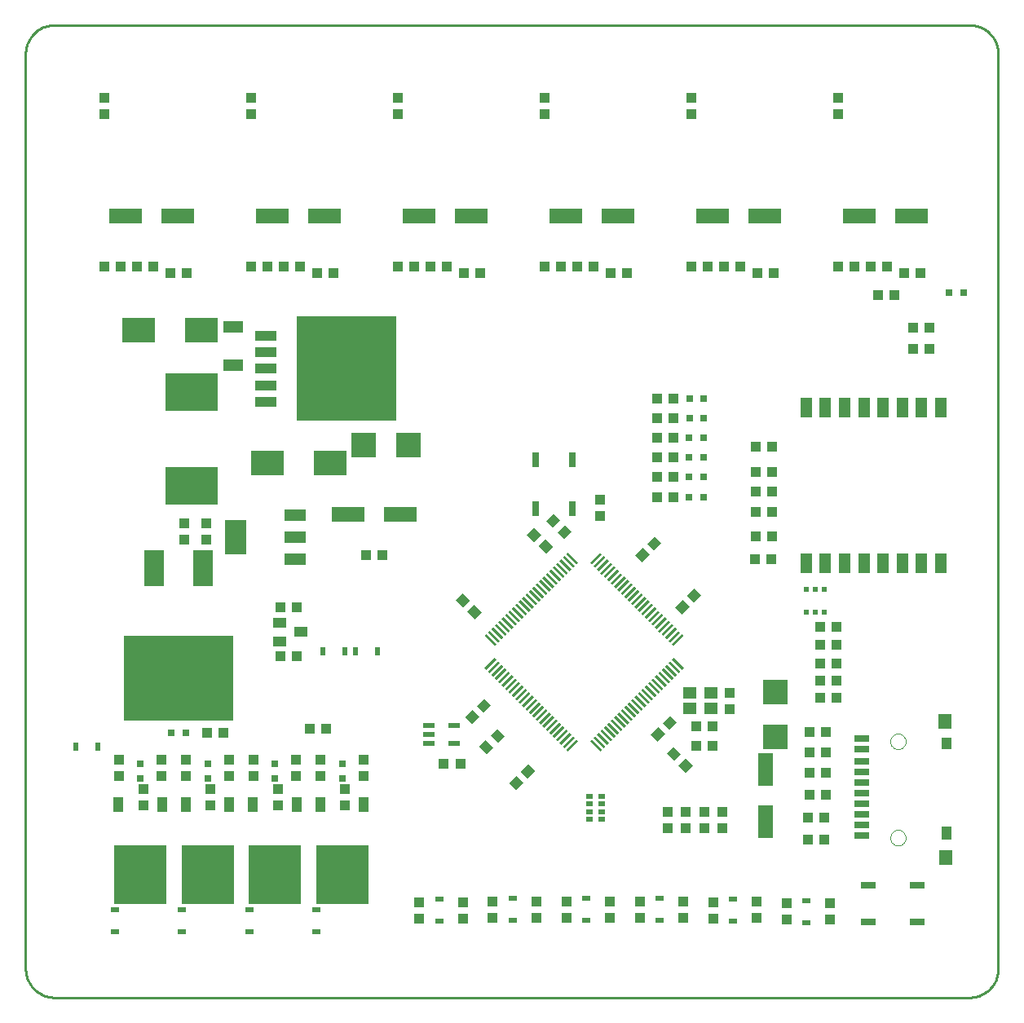
<source format=gtp>
G75*
G70*
%OFA0B0*%
%FSLAX24Y24*%
%IPPOS*%
%LPD*%
%AMOC8*
5,1,8,0,0,1.08239X$1,22.5*
%
%ADD10C,0.0100*%
%ADD11R,0.0106X0.0591*%
%ADD12R,0.0591X0.0106*%
%ADD13R,0.0551X0.0472*%
%ADD14R,0.0433X0.0394*%
%ADD15R,0.0394X0.0433*%
%ADD16R,0.0600X0.0300*%
%ADD17R,0.0315X0.0315*%
%ADD18R,0.0300X0.0600*%
%ADD19R,0.0197X0.0197*%
%ADD20R,0.0327X0.0248*%
%ADD21R,0.1000X0.1000*%
%ADD22R,0.4098X0.4252*%
%ADD23R,0.0850X0.0420*%
%ADD24R,0.2126X0.1575*%
%ADD25R,0.0827X0.0500*%
%ADD26R,0.0472X0.0787*%
%ADD27R,0.0531X0.0591*%
%ADD28R,0.0394X0.0551*%
%ADD29R,0.0394X0.0512*%
%ADD30R,0.0591X0.0295*%
%ADD31C,0.0000*%
%ADD32R,0.1378X0.0630*%
%ADD33R,0.0820X0.1500*%
%ADD34R,0.4500X0.3500*%
%ADD35R,0.2126X0.2441*%
%ADD36R,0.0394X0.0630*%
%ADD37R,0.0880X0.0480*%
%ADD38R,0.0866X0.1417*%
%ADD39R,0.0256X0.0197*%
%ADD40R,0.0551X0.0394*%
%ADD41R,0.0248X0.0327*%
%ADD42R,0.0472X0.0217*%
%ADD43R,0.0630X0.1378*%
%ADD44R,0.1378X0.0984*%
D10*
X002330Y001759D02*
X002330Y039160D01*
X002332Y039226D01*
X002337Y039292D01*
X002347Y039358D01*
X002360Y039423D01*
X002376Y039487D01*
X002396Y039550D01*
X002420Y039612D01*
X002447Y039672D01*
X002477Y039731D01*
X002511Y039788D01*
X002548Y039843D01*
X002588Y039896D01*
X002630Y039947D01*
X002676Y039995D01*
X002724Y040041D01*
X002775Y040083D01*
X002828Y040123D01*
X002883Y040160D01*
X002940Y040194D01*
X002999Y040224D01*
X003059Y040251D01*
X003121Y040275D01*
X003184Y040295D01*
X003248Y040311D01*
X003313Y040324D01*
X003379Y040334D01*
X003445Y040339D01*
X003511Y040341D01*
X040913Y040341D01*
X040979Y040339D01*
X041045Y040334D01*
X041111Y040324D01*
X041176Y040311D01*
X041240Y040295D01*
X041303Y040275D01*
X041365Y040251D01*
X041425Y040224D01*
X041484Y040194D01*
X041541Y040160D01*
X041596Y040123D01*
X041649Y040083D01*
X041700Y040041D01*
X041748Y039995D01*
X041794Y039947D01*
X041836Y039896D01*
X041876Y039843D01*
X041913Y039788D01*
X041947Y039731D01*
X041977Y039672D01*
X042004Y039612D01*
X042028Y039550D01*
X042048Y039487D01*
X042064Y039423D01*
X042077Y039358D01*
X042087Y039292D01*
X042092Y039226D01*
X042094Y039160D01*
X042094Y001759D01*
X042092Y001693D01*
X042087Y001627D01*
X042077Y001561D01*
X042064Y001496D01*
X042048Y001432D01*
X042028Y001369D01*
X042004Y001307D01*
X041977Y001247D01*
X041947Y001188D01*
X041913Y001131D01*
X041876Y001076D01*
X041836Y001023D01*
X041794Y000972D01*
X041748Y000924D01*
X041700Y000878D01*
X041649Y000836D01*
X041596Y000796D01*
X041541Y000759D01*
X041484Y000725D01*
X041425Y000695D01*
X041365Y000668D01*
X041303Y000644D01*
X041240Y000624D01*
X041176Y000608D01*
X041111Y000595D01*
X041045Y000585D01*
X040979Y000580D01*
X040913Y000578D01*
X003511Y000578D01*
X003445Y000580D01*
X003379Y000585D01*
X003313Y000595D01*
X003248Y000608D01*
X003184Y000624D01*
X003121Y000644D01*
X003059Y000668D01*
X002999Y000695D01*
X002940Y000725D01*
X002883Y000759D01*
X002828Y000796D01*
X002775Y000836D01*
X002724Y000878D01*
X002676Y000924D01*
X002630Y000972D01*
X002588Y001023D01*
X002548Y001076D01*
X002511Y001131D01*
X002477Y001188D01*
X002447Y001247D01*
X002420Y001307D01*
X002396Y001369D01*
X002376Y001432D01*
X002360Y001496D01*
X002347Y001561D01*
X002337Y001627D01*
X002332Y001693D01*
X002330Y001759D01*
D11*
G36*
X021583Y015023D02*
X021508Y014948D01*
X021091Y015365D01*
X021166Y015440D01*
X021583Y015023D01*
G37*
G36*
X021722Y015162D02*
X021647Y015087D01*
X021230Y015504D01*
X021305Y015579D01*
X021722Y015162D01*
G37*
G36*
X021861Y015301D02*
X021786Y015226D01*
X021369Y015643D01*
X021444Y015718D01*
X021861Y015301D01*
G37*
G36*
X022000Y015441D02*
X021925Y015366D01*
X021508Y015783D01*
X021583Y015858D01*
X022000Y015441D01*
G37*
G36*
X022140Y015580D02*
X022065Y015505D01*
X021648Y015922D01*
X021723Y015997D01*
X022140Y015580D01*
G37*
G36*
X022279Y015719D02*
X022204Y015644D01*
X021787Y016061D01*
X021862Y016136D01*
X022279Y015719D01*
G37*
G36*
X022418Y015858D02*
X022343Y015783D01*
X021926Y016200D01*
X022001Y016275D01*
X022418Y015858D01*
G37*
G36*
X022557Y015997D02*
X022482Y015922D01*
X022065Y016339D01*
X022140Y016414D01*
X022557Y015997D01*
G37*
G36*
X022696Y016137D02*
X022621Y016062D01*
X022204Y016479D01*
X022279Y016554D01*
X022696Y016137D01*
G37*
G36*
X022836Y016276D02*
X022761Y016201D01*
X022344Y016618D01*
X022419Y016693D01*
X022836Y016276D01*
G37*
G36*
X022975Y016415D02*
X022900Y016340D01*
X022483Y016757D01*
X022558Y016832D01*
X022975Y016415D01*
G37*
G36*
X023114Y016554D02*
X023039Y016479D01*
X022622Y016896D01*
X022697Y016971D01*
X023114Y016554D01*
G37*
G36*
X023253Y016693D02*
X023178Y016618D01*
X022761Y017035D01*
X022836Y017110D01*
X023253Y016693D01*
G37*
G36*
X023392Y016833D02*
X023317Y016758D01*
X022900Y017175D01*
X022975Y017250D01*
X023392Y016833D01*
G37*
G36*
X023532Y016972D02*
X023457Y016897D01*
X023040Y017314D01*
X023115Y017389D01*
X023532Y016972D01*
G37*
G36*
X023671Y017111D02*
X023596Y017036D01*
X023179Y017453D01*
X023254Y017528D01*
X023671Y017111D01*
G37*
G36*
X023810Y017250D02*
X023735Y017175D01*
X023318Y017592D01*
X023393Y017667D01*
X023810Y017250D01*
G37*
G36*
X023949Y017389D02*
X023874Y017314D01*
X023457Y017731D01*
X023532Y017806D01*
X023949Y017389D01*
G37*
G36*
X024088Y017529D02*
X024013Y017454D01*
X023596Y017871D01*
X023671Y017946D01*
X024088Y017529D01*
G37*
G36*
X024227Y017668D02*
X024152Y017593D01*
X023735Y018010D01*
X023810Y018085D01*
X024227Y017668D01*
G37*
G36*
X024367Y017807D02*
X024292Y017732D01*
X023875Y018149D01*
X023950Y018224D01*
X024367Y017807D01*
G37*
G36*
X024506Y017946D02*
X024431Y017871D01*
X024014Y018288D01*
X024089Y018363D01*
X024506Y017946D01*
G37*
G36*
X024645Y018085D02*
X024570Y018010D01*
X024153Y018427D01*
X024228Y018502D01*
X024645Y018085D01*
G37*
G36*
X024784Y018225D02*
X024709Y018150D01*
X024292Y018567D01*
X024367Y018642D01*
X024784Y018225D01*
G37*
G36*
X024923Y018364D02*
X024848Y018289D01*
X024431Y018706D01*
X024506Y018781D01*
X024923Y018364D01*
G37*
G36*
X029238Y014049D02*
X029163Y013974D01*
X028746Y014391D01*
X028821Y014466D01*
X029238Y014049D01*
G37*
G36*
X029099Y013910D02*
X029024Y013835D01*
X028607Y014252D01*
X028682Y014327D01*
X029099Y013910D01*
G37*
G36*
X028960Y013770D02*
X028885Y013695D01*
X028468Y014112D01*
X028543Y014187D01*
X028960Y013770D01*
G37*
G36*
X028821Y013631D02*
X028746Y013556D01*
X028329Y013973D01*
X028404Y014048D01*
X028821Y013631D01*
G37*
G36*
X028682Y013492D02*
X028607Y013417D01*
X028190Y013834D01*
X028265Y013909D01*
X028682Y013492D01*
G37*
G36*
X028543Y013353D02*
X028468Y013278D01*
X028051Y013695D01*
X028126Y013770D01*
X028543Y013353D01*
G37*
G36*
X028403Y013214D02*
X028328Y013139D01*
X027911Y013556D01*
X027986Y013631D01*
X028403Y013214D01*
G37*
G36*
X028264Y013074D02*
X028189Y012999D01*
X027772Y013416D01*
X027847Y013491D01*
X028264Y013074D01*
G37*
G36*
X028125Y012935D02*
X028050Y012860D01*
X027633Y013277D01*
X027708Y013352D01*
X028125Y012935D01*
G37*
G36*
X027986Y012796D02*
X027911Y012721D01*
X027494Y013138D01*
X027569Y013213D01*
X027986Y012796D01*
G37*
G36*
X027847Y012657D02*
X027772Y012582D01*
X027355Y012999D01*
X027430Y013074D01*
X027847Y012657D01*
G37*
G36*
X027707Y012518D02*
X027632Y012443D01*
X027215Y012860D01*
X027290Y012935D01*
X027707Y012518D01*
G37*
G36*
X027568Y012378D02*
X027493Y012303D01*
X027076Y012720D01*
X027151Y012795D01*
X027568Y012378D01*
G37*
G36*
X027429Y012239D02*
X027354Y012164D01*
X026937Y012581D01*
X027012Y012656D01*
X027429Y012239D01*
G37*
G36*
X027290Y012100D02*
X027215Y012025D01*
X026798Y012442D01*
X026873Y012517D01*
X027290Y012100D01*
G37*
G36*
X027151Y011961D02*
X027076Y011886D01*
X026659Y012303D01*
X026734Y012378D01*
X027151Y011961D01*
G37*
G36*
X027011Y011822D02*
X026936Y011747D01*
X026519Y012164D01*
X026594Y012239D01*
X027011Y011822D01*
G37*
G36*
X026872Y011682D02*
X026797Y011607D01*
X026380Y012024D01*
X026455Y012099D01*
X026872Y011682D01*
G37*
G36*
X026733Y011543D02*
X026658Y011468D01*
X026241Y011885D01*
X026316Y011960D01*
X026733Y011543D01*
G37*
G36*
X026594Y011404D02*
X026519Y011329D01*
X026102Y011746D01*
X026177Y011821D01*
X026594Y011404D01*
G37*
G36*
X026455Y011265D02*
X026380Y011190D01*
X025963Y011607D01*
X026038Y011682D01*
X026455Y011265D01*
G37*
G36*
X026315Y011126D02*
X026240Y011051D01*
X025823Y011468D01*
X025898Y011543D01*
X026315Y011126D01*
G37*
G36*
X026176Y010986D02*
X026101Y010911D01*
X025684Y011328D01*
X025759Y011403D01*
X026176Y010986D01*
G37*
G36*
X026037Y010847D02*
X025962Y010772D01*
X025545Y011189D01*
X025620Y011264D01*
X026037Y010847D01*
G37*
G36*
X025898Y010708D02*
X025823Y010633D01*
X025406Y011050D01*
X025481Y011125D01*
X025898Y010708D01*
G37*
D12*
G36*
X024923Y011050D02*
X024506Y010633D01*
X024431Y010708D01*
X024848Y011125D01*
X024923Y011050D01*
G37*
G36*
X024784Y011189D02*
X024367Y010772D01*
X024292Y010847D01*
X024709Y011264D01*
X024784Y011189D01*
G37*
G36*
X024645Y011328D02*
X024228Y010911D01*
X024153Y010986D01*
X024570Y011403D01*
X024645Y011328D01*
G37*
G36*
X024506Y011468D02*
X024089Y011051D01*
X024014Y011126D01*
X024431Y011543D01*
X024506Y011468D01*
G37*
G36*
X024367Y011607D02*
X023950Y011190D01*
X023875Y011265D01*
X024292Y011682D01*
X024367Y011607D01*
G37*
G36*
X024227Y011746D02*
X023810Y011329D01*
X023735Y011404D01*
X024152Y011821D01*
X024227Y011746D01*
G37*
G36*
X024088Y011885D02*
X023671Y011468D01*
X023596Y011543D01*
X024013Y011960D01*
X024088Y011885D01*
G37*
G36*
X023949Y012024D02*
X023532Y011607D01*
X023457Y011682D01*
X023874Y012099D01*
X023949Y012024D01*
G37*
G36*
X023810Y012164D02*
X023393Y011747D01*
X023318Y011822D01*
X023735Y012239D01*
X023810Y012164D01*
G37*
G36*
X023671Y012303D02*
X023254Y011886D01*
X023179Y011961D01*
X023596Y012378D01*
X023671Y012303D01*
G37*
G36*
X023532Y012442D02*
X023115Y012025D01*
X023040Y012100D01*
X023457Y012517D01*
X023532Y012442D01*
G37*
G36*
X023392Y012581D02*
X022975Y012164D01*
X022900Y012239D01*
X023317Y012656D01*
X023392Y012581D01*
G37*
G36*
X023253Y012720D02*
X022836Y012303D01*
X022761Y012378D01*
X023178Y012795D01*
X023253Y012720D01*
G37*
G36*
X023114Y012860D02*
X022697Y012443D01*
X022622Y012518D01*
X023039Y012935D01*
X023114Y012860D01*
G37*
G36*
X022975Y012999D02*
X022558Y012582D01*
X022483Y012657D01*
X022900Y013074D01*
X022975Y012999D01*
G37*
G36*
X022836Y013138D02*
X022419Y012721D01*
X022344Y012796D01*
X022761Y013213D01*
X022836Y013138D01*
G37*
G36*
X022696Y013277D02*
X022279Y012860D01*
X022204Y012935D01*
X022621Y013352D01*
X022696Y013277D01*
G37*
G36*
X022557Y013416D02*
X022140Y012999D01*
X022065Y013074D01*
X022482Y013491D01*
X022557Y013416D01*
G37*
G36*
X022418Y013556D02*
X022001Y013139D01*
X021926Y013214D01*
X022343Y013631D01*
X022418Y013556D01*
G37*
G36*
X022279Y013695D02*
X021862Y013278D01*
X021787Y013353D01*
X022204Y013770D01*
X022279Y013695D01*
G37*
G36*
X022140Y013834D02*
X021723Y013417D01*
X021648Y013492D01*
X022065Y013909D01*
X022140Y013834D01*
G37*
G36*
X022000Y013973D02*
X021583Y013556D01*
X021508Y013631D01*
X021925Y014048D01*
X022000Y013973D01*
G37*
G36*
X021861Y014112D02*
X021444Y013695D01*
X021369Y013770D01*
X021786Y014187D01*
X021861Y014112D01*
G37*
G36*
X021722Y014252D02*
X021305Y013835D01*
X021230Y013910D01*
X021647Y014327D01*
X021722Y014252D01*
G37*
G36*
X021583Y014391D02*
X021166Y013974D01*
X021091Y014049D01*
X021508Y014466D01*
X021583Y014391D01*
G37*
G36*
X025898Y018706D02*
X025481Y018289D01*
X025406Y018364D01*
X025823Y018781D01*
X025898Y018706D01*
G37*
G36*
X026037Y018567D02*
X025620Y018150D01*
X025545Y018225D01*
X025962Y018642D01*
X026037Y018567D01*
G37*
G36*
X026176Y018427D02*
X025759Y018010D01*
X025684Y018085D01*
X026101Y018502D01*
X026176Y018427D01*
G37*
G36*
X026315Y018288D02*
X025898Y017871D01*
X025823Y017946D01*
X026240Y018363D01*
X026315Y018288D01*
G37*
G36*
X026455Y018149D02*
X026038Y017732D01*
X025963Y017807D01*
X026380Y018224D01*
X026455Y018149D01*
G37*
G36*
X026594Y018010D02*
X026177Y017593D01*
X026102Y017668D01*
X026519Y018085D01*
X026594Y018010D01*
G37*
G36*
X026733Y017871D02*
X026316Y017454D01*
X026241Y017529D01*
X026658Y017946D01*
X026733Y017871D01*
G37*
G36*
X026872Y017731D02*
X026455Y017314D01*
X026380Y017389D01*
X026797Y017806D01*
X026872Y017731D01*
G37*
G36*
X027011Y017592D02*
X026594Y017175D01*
X026519Y017250D01*
X026936Y017667D01*
X027011Y017592D01*
G37*
G36*
X027151Y017453D02*
X026734Y017036D01*
X026659Y017111D01*
X027076Y017528D01*
X027151Y017453D01*
G37*
G36*
X027290Y017314D02*
X026873Y016897D01*
X026798Y016972D01*
X027215Y017389D01*
X027290Y017314D01*
G37*
G36*
X027429Y017175D02*
X027012Y016758D01*
X026937Y016833D01*
X027354Y017250D01*
X027429Y017175D01*
G37*
G36*
X027568Y017035D02*
X027151Y016618D01*
X027076Y016693D01*
X027493Y017110D01*
X027568Y017035D01*
G37*
G36*
X027707Y016896D02*
X027290Y016479D01*
X027215Y016554D01*
X027632Y016971D01*
X027707Y016896D01*
G37*
G36*
X027847Y016757D02*
X027430Y016340D01*
X027355Y016415D01*
X027772Y016832D01*
X027847Y016757D01*
G37*
G36*
X027986Y016618D02*
X027569Y016201D01*
X027494Y016276D01*
X027911Y016693D01*
X027986Y016618D01*
G37*
G36*
X028125Y016479D02*
X027708Y016062D01*
X027633Y016137D01*
X028050Y016554D01*
X028125Y016479D01*
G37*
G36*
X028264Y016339D02*
X027847Y015922D01*
X027772Y015997D01*
X028189Y016414D01*
X028264Y016339D01*
G37*
G36*
X028403Y016200D02*
X027986Y015783D01*
X027911Y015858D01*
X028328Y016275D01*
X028403Y016200D01*
G37*
G36*
X028543Y016061D02*
X028126Y015644D01*
X028051Y015719D01*
X028468Y016136D01*
X028543Y016061D01*
G37*
G36*
X028682Y015922D02*
X028265Y015505D01*
X028190Y015580D01*
X028607Y015997D01*
X028682Y015922D01*
G37*
G36*
X028821Y015783D02*
X028404Y015366D01*
X028329Y015441D01*
X028746Y015858D01*
X028821Y015783D01*
G37*
G36*
X028960Y015643D02*
X028543Y015226D01*
X028468Y015301D01*
X028885Y015718D01*
X028960Y015643D01*
G37*
G36*
X029099Y015504D02*
X028682Y015087D01*
X028607Y015162D01*
X029024Y015579D01*
X029099Y015504D01*
G37*
G36*
X029238Y015365D02*
X028821Y014948D01*
X028746Y015023D01*
X029163Y015440D01*
X029238Y015365D01*
G37*
D13*
X029482Y013022D03*
X029482Y012392D03*
X030348Y012392D03*
X030348Y013022D03*
D14*
X030409Y011657D03*
X029740Y011657D03*
X029736Y010861D03*
X030406Y010861D03*
G36*
X029327Y009774D02*
X029022Y010079D01*
X029301Y010358D01*
X029606Y010053D01*
X029327Y009774D01*
G37*
G36*
X028854Y010247D02*
X028549Y010552D01*
X028828Y010831D01*
X029133Y010526D01*
X028854Y010247D01*
G37*
G36*
X028478Y011349D02*
X028173Y011044D01*
X027894Y011323D01*
X028199Y011628D01*
X028478Y011349D01*
G37*
G36*
X028952Y011823D02*
X028647Y011518D01*
X028368Y011797D01*
X028673Y012102D01*
X028952Y011823D01*
G37*
G36*
X029477Y016549D02*
X029172Y016244D01*
X028893Y016523D01*
X029198Y016828D01*
X029477Y016549D01*
G37*
G36*
X029950Y017022D02*
X029645Y016717D01*
X029366Y016996D01*
X029671Y017301D01*
X029950Y017022D01*
G37*
G36*
X027734Y019131D02*
X028039Y019436D01*
X028318Y019157D01*
X028013Y018852D01*
X027734Y019131D01*
G37*
G36*
X027261Y018657D02*
X027566Y018962D01*
X027845Y018683D01*
X027540Y018378D01*
X027261Y018657D01*
G37*
G36*
X023606Y018734D02*
X023301Y019039D01*
X023580Y019318D01*
X023885Y019013D01*
X023606Y018734D01*
G37*
G36*
X023133Y019207D02*
X022828Y019512D01*
X023107Y019791D01*
X023412Y019486D01*
X023133Y019207D01*
G37*
G36*
X020669Y016628D02*
X020974Y016323D01*
X020695Y016044D01*
X020390Y016349D01*
X020669Y016628D01*
G37*
G36*
X020196Y017101D02*
X020501Y016796D01*
X020222Y016517D01*
X019917Y016822D01*
X020196Y017101D01*
G37*
X016920Y018658D03*
X016251Y018658D03*
X009705Y019305D03*
X009705Y019975D03*
X008830Y019975D03*
X008830Y019305D03*
X008893Y010287D03*
X008893Y009618D03*
X009893Y009100D03*
X010643Y009618D03*
X010643Y010287D03*
X011643Y010287D03*
X011643Y009618D03*
X012643Y009100D03*
X012643Y008430D03*
X013393Y009618D03*
X013393Y010287D03*
X014393Y010287D03*
X014393Y009618D03*
X015393Y009100D03*
X015393Y008430D03*
X016143Y009618D03*
X016143Y010287D03*
X019433Y010140D03*
X020102Y010140D03*
G36*
X020297Y012029D02*
X020602Y012334D01*
X020881Y012055D01*
X020576Y011750D01*
X020297Y012029D01*
G37*
G36*
X020770Y012502D02*
X021075Y012807D01*
X021354Y012528D01*
X021049Y012223D01*
X020770Y012502D01*
G37*
G36*
X022571Y009810D02*
X022876Y010115D01*
X023155Y009836D01*
X022850Y009531D01*
X022571Y009810D01*
G37*
G36*
X022098Y009337D02*
X022403Y009642D01*
X022682Y009363D01*
X022377Y009058D01*
X022098Y009337D01*
G37*
X023209Y004507D03*
X023209Y003837D03*
X026209Y003819D03*
X026209Y004488D03*
X029201Y004486D03*
X029201Y003817D03*
X032201Y003839D03*
X032201Y004508D03*
X035201Y004421D03*
X035201Y003751D03*
X035049Y008871D03*
X034379Y008871D03*
X034392Y009759D03*
X035062Y009759D03*
X034807Y013536D03*
X035476Y013536D03*
X035496Y015735D03*
X034826Y015735D03*
X032858Y023094D03*
X032188Y023094D03*
X038620Y027969D03*
X039290Y027969D03*
X036227Y030453D03*
X035558Y030453D03*
X030227Y030453D03*
X029558Y030453D03*
X024227Y030453D03*
X023558Y030453D03*
X018227Y030453D03*
X017558Y030453D03*
X012227Y030453D03*
X011558Y030453D03*
X006227Y030453D03*
X005558Y030453D03*
X006143Y010287D03*
X006143Y009618D03*
X007143Y009100D03*
X007893Y009618D03*
X007893Y010287D03*
X007143Y008430D03*
X009893Y008430D03*
X020201Y004461D03*
X020201Y003792D03*
D15*
X021409Y003841D03*
X021409Y004511D03*
X018409Y004461D03*
X018409Y003791D03*
X024459Y003833D03*
X024459Y004502D03*
X027459Y004509D03*
X027459Y003840D03*
X030459Y003810D03*
X030459Y004479D03*
X033459Y004427D03*
X033459Y003758D03*
X034323Y007032D03*
X034992Y007032D03*
X034993Y007915D03*
X034324Y007915D03*
X034386Y010602D03*
X035055Y010602D03*
X035055Y011420D03*
X034386Y011420D03*
X034807Y012832D03*
X035476Y012832D03*
X035476Y014239D03*
X034807Y014239D03*
X034807Y014983D03*
X035476Y014983D03*
X032818Y018512D03*
X032149Y018512D03*
X032169Y019437D03*
X032838Y019437D03*
X032838Y020441D03*
X032169Y020441D03*
X032173Y021259D03*
X032843Y021259D03*
X032858Y022072D03*
X032188Y022072D03*
X028821Y021852D03*
X028152Y021852D03*
X028152Y022664D03*
X028821Y022664D03*
X028821Y023471D03*
X028152Y023471D03*
X028151Y024276D03*
X028820Y024276D03*
X028820Y025078D03*
X028151Y025078D03*
X028152Y021033D03*
X028821Y021033D03*
X025803Y020944D03*
X025803Y020275D03*
G36*
X024378Y019894D02*
X024657Y019615D01*
X024352Y019310D01*
X024073Y019589D01*
X024378Y019894D01*
G37*
G36*
X023905Y020367D02*
X024184Y020088D01*
X023879Y019783D01*
X023600Y020062D01*
X023905Y020367D01*
G37*
X031115Y013042D03*
X031115Y012372D03*
X030830Y008162D03*
X030830Y007493D03*
X030080Y007493D03*
X029330Y007493D03*
X029330Y008162D03*
X030080Y008162D03*
X028580Y008162D03*
X028580Y007493D03*
G36*
X021921Y011270D02*
X021642Y010991D01*
X021337Y011296D01*
X021616Y011575D01*
X021921Y011270D01*
G37*
G36*
X021448Y010797D02*
X021169Y010518D01*
X020864Y010823D01*
X021143Y011102D01*
X021448Y010797D01*
G37*
X014615Y011578D03*
X013945Y011578D03*
X013415Y014515D03*
X012745Y014515D03*
X012745Y016515D03*
X013415Y016515D03*
X010415Y011390D03*
X009745Y011390D03*
X008915Y030203D03*
X008245Y030203D03*
X007540Y030453D03*
X006870Y030453D03*
X012870Y030453D03*
X013540Y030453D03*
X014245Y030203D03*
X014915Y030203D03*
X018870Y030453D03*
X019540Y030453D03*
X020245Y030203D03*
X020915Y030203D03*
X024870Y030453D03*
X025540Y030453D03*
X026245Y030203D03*
X026915Y030203D03*
X030870Y030453D03*
X031540Y030453D03*
X032245Y030203D03*
X032915Y030203D03*
X036870Y030453D03*
X037540Y030453D03*
X038245Y030203D03*
X038915Y030203D03*
X037852Y029296D03*
X037183Y029296D03*
X038625Y027097D03*
X039295Y027097D03*
X035561Y036699D03*
X035561Y037368D03*
X029561Y037362D03*
X029561Y036693D03*
X023561Y036693D03*
X023561Y037362D03*
X017561Y037362D03*
X017561Y036693D03*
X011549Y036693D03*
X011549Y037362D03*
X005561Y037362D03*
X005561Y036693D03*
D16*
X036779Y005151D03*
X036779Y003651D03*
X038779Y003651D03*
X038779Y005151D03*
D17*
X030057Y021033D03*
X029466Y021033D03*
X029466Y021852D03*
X030057Y021852D03*
X030057Y022664D03*
X029466Y022664D03*
X029466Y023471D03*
X030057Y023471D03*
X030060Y024276D03*
X029470Y024276D03*
X029470Y025078D03*
X030060Y025078D03*
X040097Y029390D03*
X040688Y029390D03*
X015268Y010123D03*
X015268Y009532D03*
X012518Y009532D03*
X012518Y010123D03*
X009768Y010123D03*
X009768Y009532D03*
X008875Y011390D03*
X008285Y011390D03*
X007018Y010123D03*
X007018Y009532D03*
D18*
X023198Y020562D03*
X024698Y020562D03*
X024698Y022562D03*
X023198Y022562D03*
D19*
X034247Y017264D03*
X034621Y017264D03*
X034995Y017264D03*
X034995Y016319D03*
X034621Y016319D03*
X034247Y016319D03*
D20*
X034260Y004537D03*
X034260Y003631D03*
X031260Y003693D03*
X031260Y004599D03*
X028260Y004627D03*
X028260Y003721D03*
X025260Y003715D03*
X025260Y004620D03*
X022260Y004640D03*
X022260Y003735D03*
X019260Y003692D03*
X019260Y004598D03*
X014230Y004180D03*
X014230Y003275D03*
X011480Y003275D03*
X011480Y004180D03*
X008730Y004180D03*
X008730Y003275D03*
X005980Y003275D03*
X005980Y004180D03*
D21*
X016134Y023160D03*
X017984Y023160D03*
X032999Y013073D03*
X032999Y011223D03*
D22*
X015444Y026282D03*
D23*
X012164Y026282D03*
X012164Y026952D03*
X012164Y027622D03*
X012164Y025612D03*
X012164Y024942D03*
D24*
X009102Y025344D03*
X009102Y021485D03*
D25*
X010830Y026423D03*
X010830Y027982D03*
D26*
X034241Y024697D03*
X035029Y024697D03*
X035816Y024697D03*
X036604Y024697D03*
X037391Y024697D03*
X038178Y024697D03*
X038966Y024697D03*
X039753Y024697D03*
X039753Y018319D03*
X038966Y018319D03*
X038178Y018319D03*
X037391Y018319D03*
X036604Y018319D03*
X035816Y018319D03*
X035029Y018319D03*
X034241Y018319D03*
D27*
X039928Y011862D03*
X039948Y006292D03*
D28*
X039987Y007286D03*
D29*
X039987Y010957D03*
D30*
X036533Y011173D03*
X036533Y010740D03*
X036533Y010229D03*
X036533Y009796D03*
X036533Y009362D03*
X036533Y008929D03*
X036533Y008496D03*
X036533Y008063D03*
X036533Y007630D03*
X036533Y007197D03*
D31*
X037684Y007109D02*
X037686Y007144D01*
X037692Y007179D01*
X037702Y007213D01*
X037715Y007246D01*
X037732Y007277D01*
X037753Y007305D01*
X037776Y007332D01*
X037803Y007355D01*
X037831Y007376D01*
X037862Y007393D01*
X037895Y007406D01*
X037929Y007416D01*
X037964Y007422D01*
X037999Y007424D01*
X038034Y007422D01*
X038069Y007416D01*
X038103Y007406D01*
X038136Y007393D01*
X038167Y007376D01*
X038195Y007355D01*
X038222Y007332D01*
X038245Y007305D01*
X038266Y007277D01*
X038283Y007246D01*
X038296Y007213D01*
X038306Y007179D01*
X038312Y007144D01*
X038314Y007109D01*
X038312Y007074D01*
X038306Y007039D01*
X038296Y007005D01*
X038283Y006972D01*
X038266Y006941D01*
X038245Y006913D01*
X038222Y006886D01*
X038195Y006863D01*
X038167Y006842D01*
X038136Y006825D01*
X038103Y006812D01*
X038069Y006802D01*
X038034Y006796D01*
X037999Y006794D01*
X037964Y006796D01*
X037929Y006802D01*
X037895Y006812D01*
X037862Y006825D01*
X037831Y006842D01*
X037803Y006863D01*
X037776Y006886D01*
X037753Y006913D01*
X037732Y006941D01*
X037715Y006972D01*
X037702Y007005D01*
X037692Y007039D01*
X037686Y007074D01*
X037684Y007109D01*
X037684Y011046D02*
X037686Y011081D01*
X037692Y011116D01*
X037702Y011150D01*
X037715Y011183D01*
X037732Y011214D01*
X037753Y011242D01*
X037776Y011269D01*
X037803Y011292D01*
X037831Y011313D01*
X037862Y011330D01*
X037895Y011343D01*
X037929Y011353D01*
X037964Y011359D01*
X037999Y011361D01*
X038034Y011359D01*
X038069Y011353D01*
X038103Y011343D01*
X038136Y011330D01*
X038167Y011313D01*
X038195Y011292D01*
X038222Y011269D01*
X038245Y011242D01*
X038266Y011214D01*
X038283Y011183D01*
X038296Y011150D01*
X038306Y011116D01*
X038312Y011081D01*
X038314Y011046D01*
X038312Y011011D01*
X038306Y010976D01*
X038296Y010942D01*
X038283Y010909D01*
X038266Y010878D01*
X038245Y010850D01*
X038222Y010823D01*
X038195Y010800D01*
X038167Y010779D01*
X038136Y010762D01*
X038103Y010749D01*
X038069Y010739D01*
X038034Y010733D01*
X037999Y010731D01*
X037964Y010733D01*
X037929Y010739D01*
X037895Y010749D01*
X037862Y010762D01*
X037831Y010779D01*
X037803Y010800D01*
X037776Y010823D01*
X037753Y010850D01*
X037732Y010878D01*
X037715Y010909D01*
X037702Y010942D01*
X037692Y010976D01*
X037686Y011011D01*
X037684Y011046D01*
D32*
X017643Y020328D03*
X015517Y020328D03*
X014549Y032515D03*
X012423Y032515D03*
X008549Y032515D03*
X006423Y032515D03*
X018423Y032515D03*
X020549Y032515D03*
X024423Y032515D03*
X026549Y032515D03*
X030423Y032515D03*
X032549Y032515D03*
X036423Y032515D03*
X038549Y032515D03*
D33*
X009580Y018140D03*
X007580Y018140D03*
D34*
X008580Y013640D03*
D35*
X009768Y005593D03*
X012518Y005593D03*
X015268Y005593D03*
X007018Y005593D03*
D36*
X007915Y008467D03*
X008870Y008467D03*
X010665Y008467D03*
X011620Y008467D03*
X013415Y008467D03*
X014370Y008467D03*
X016165Y008467D03*
X006120Y008467D03*
D37*
X013363Y018484D03*
X013363Y019394D03*
X013363Y020304D03*
D38*
X010922Y019394D03*
D39*
X025396Y008800D03*
X025396Y008485D03*
X025396Y008170D03*
X025396Y007855D03*
X025889Y007855D03*
X025889Y008170D03*
X025889Y008485D03*
X025889Y008800D03*
D40*
X013576Y015515D03*
X012709Y015141D03*
X012709Y015889D03*
D41*
X014477Y014728D03*
X015383Y014728D03*
X015827Y014728D03*
X016733Y014728D03*
X005283Y010840D03*
X004377Y010840D03*
D42*
X018818Y010953D03*
X018818Y011328D03*
X018818Y011702D03*
X019842Y011702D03*
X019842Y010953D03*
D43*
X032580Y009890D03*
X032580Y007765D03*
D44*
X014790Y022428D03*
X012230Y022428D03*
X009510Y027878D03*
X006950Y027878D03*
M02*

</source>
